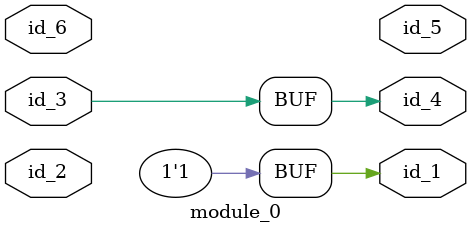
<source format=v>
module module_0 (
    id_1,
    id_2,
    id_3,
    id_4,
    id_5,
    id_6
);
  inout id_6;
  output id_5;
  output id_4;
  inout id_3;
  inout id_2;
  output id_1;
  assign id_1[""] = 1;
  assign id_4 = id_3;
endmodule

</source>
